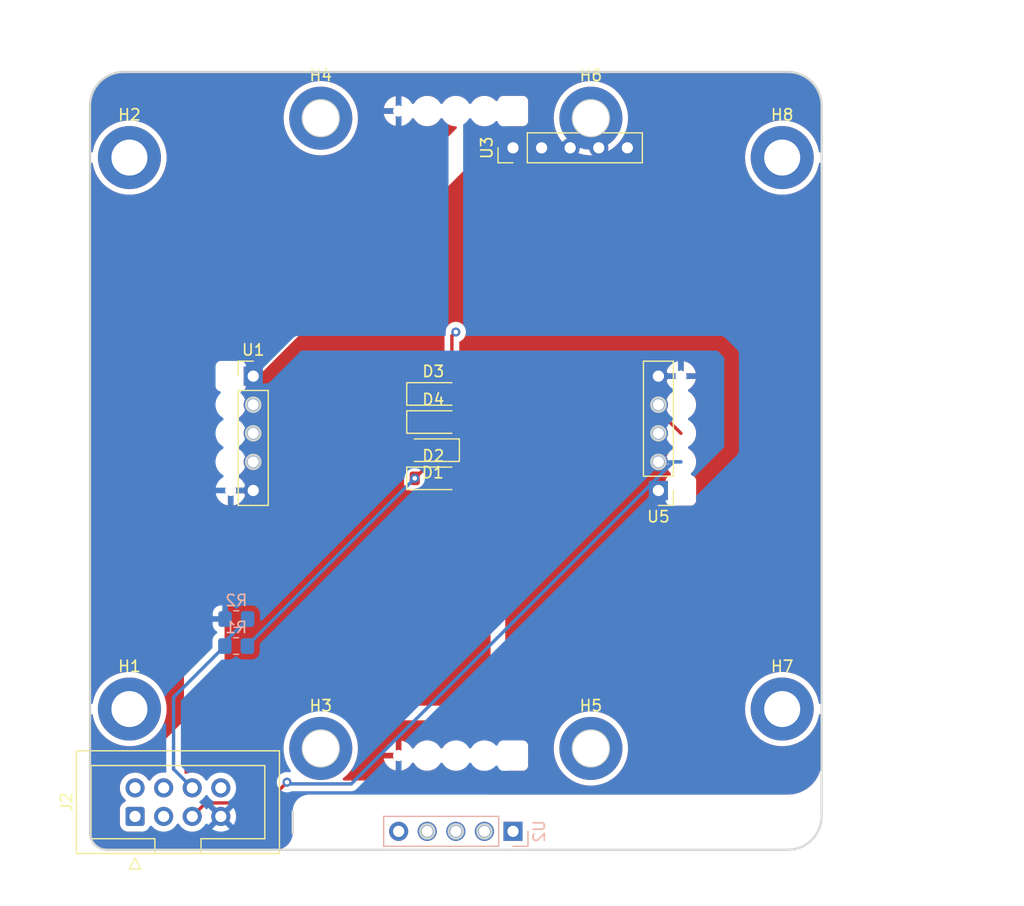
<source format=kicad_pcb>
(kicad_pcb (version 20240108) (generator "pcbnew") (generator_version "8.0")
  (layers (0 "F.Cu" signal) (31 "B.Cu" signal) (34 "B.Paste" user) (35 "F.Paste" user) (36 "B.SilkS" user "B.Silkscreen") (37 "F.SilkS" user "F.Silkscreen") (38 "B.Mask" user) (39 "F.Mask" user) (44 "Edge.Cuts" user))
  (net 0 "")
  (net 1 "5V")
  (net 2 "GND")
  (net 3 "TRIG1")
  (net 4 "TRIG2")
  (net 5 "TRIG3")
  (net 6 "TRIG4")
  (net 7 "Net-(D1-A)")
  (net 12 "ECHO")
  (net 13 "Net-(D2-A)")
  (net 14 "Net-(D3-A)")
  (net 15 "Net-(D4-A)")
  (net 16 "Net-(J2-Pin_6)")
  (footprint "MountingHole:MountingHole_3.2mm_M3_DIN965_Pad" (layer "F.Cu") (at 156.5 117.3)
    (property "Reference" "H5" (at 0 -3.8 0) (layer "F.SilkS"))
    (property "Value" "MountingHole")
    (pad "1" thru_hole circle (at 0 0) (size 5.6 5.6) (drill 3.2) (layers "*.Cu" "*.Mask"))
  )
  (footprint "Diode_SMD:D_SOD-123" (layer "F.Cu") (at 142.5 88.3)
    (property "Reference" "D4" (at 0 -2 0) (layer "F.SilkS"))
    (property "Value" "1N4148WT")
    (fp_line (start -2.36 -1) (end -2.36 1) (stroke (width 0.12)) (layer "F.SilkS"))
    (fp_line (start -2.36 -1) (end 1.65 -1) (stroke (width 0.12)) (layer "F.SilkS"))
    (fp_line (start -2.36 1) (end 1.65 1) (stroke (width 0.12)) (layer "F.SilkS"))
    (pad "1" smd roundrect (at -1.65 0) (size 0.9 1.2) (layers "F.Cu" "F.Paste" "F.Mask") (net 12 "ECHO"))
    (pad "2" smd roundrect (at 1.65 0) (size 0.9 1.2) (layers "F.Cu" "F.Paste" "F.Mask") (net 15 "Net-(D4-A)"))
  )
  (footprint "Connector_PinHeader_2.54mm:PinHeader_1x05_P2.54mm_Vertical" (layer "F.Cu") (at 149.58 63.935 90)
    (property "Reference" "U3" (at 0 -2.33 270) (layer "F.SilkS"))
    (property "Value" "~")
    (fp_line (start -1.33 -1.33) (end 0 -1.33) (stroke (width 0.12)) (layer "F.SilkS"))
    (fp_line (start -1.33 0) (end -1.33 -1.33) (stroke (width 0.12)) (layer "F.SilkS"))
    (fp_line (start 1.33 1.27) (end 1.33 11.49) (stroke (width 0.12)) (layer "F.SilkS"))
    (fp_line (start -1.33 1.27) (end 1.33 1.27) (stroke (width 0.12)) (layer "F.SilkS"))
    (fp_line (start -1.33 1.27) (end -1.33 11.49) (stroke (width 0.12)) (layer "F.SilkS"))
    (fp_line (start -1.33 11.49) (end 1.33 11.49) (stroke (width 0.12)) (layer "F.SilkS"))
    (pad "1" thru_hole rect (at 0 0 90) (size 1.7 1.7) (drill 1) (layers "*.Cu" "*.Mask") (net 1 "5V"))
    (pad "2" thru_hole oval (at 0 2.54 90) (size 1.7 1.7) (drill 1) (layers "*.Cu" "*.Mask") (net 5 "TRIG3"))
    (pad "3" thru_hole oval (at 0 5.08 90) (size 1.7 1.7) (drill 1) (layers "*.Cu" "*.Mask") (net 14 "Net-(D3-A)"))
    (pad "4" thru_hole oval (at 0 7.62 90) (size 1.7 1.7) (drill 1) (layers "*.Cu" "*.Mask"))
    (pad "5" thru_hole oval (at 0 10.16 90) (size 1.7 1.7) (drill 1) (layers "*.Cu" "*.Mask") (net 2 "GND"))
  )
  (footprint "Diode_SMD:D_SOD-123" (layer "F.Cu") (at 142.5 93.3)
    (property "Reference" "D2" (at 0 -2 0) (layer "F.SilkS"))
    (property "Value" "1N4148WT")
    (fp_line (start -2.36 -1) (end -2.36 1) (stroke (width 0.12)) (layer "F.SilkS"))
    (fp_line (start -2.36 -1) (end 1.65 -1) (stroke (width 0.12)) (layer "F.SilkS"))
    (fp_line (start -2.36 1) (end 1.65 1) (stroke (width 0.12)) (layer "F.SilkS"))
    (pad "1" smd roundrect (at -1.65 0) (size 0.9 1.2) (layers "F.Cu" "F.Paste" "F.Mask") (net 12 "ECHO"))
    (pad "2" smd roundrect (at 1.65 0) (size 0.9 1.2) (layers "F.Cu" "F.Paste" "F.Mask") (net 13 "Net-(D2-A)"))
  )
  (footprint "Diode_SMD:D_SOD-123" (layer "F.Cu") (at 142.5 85.8)
    (property "Reference" "D3" (at 0 -2 0) (layer "F.SilkS"))
    (property "Value" "1N4148WT")
    (fp_line (start -2.36 -1) (end -2.36 1) (stroke (width 0.12)) (layer "F.SilkS"))
    (fp_line (start -2.36 -1) (end 1.65 -1) (stroke (width 0.12)) (layer "F.SilkS"))
    (fp_line (start -2.36 1) (end 1.65 1) (stroke (width 0.12)) (layer "F.SilkS"))
    (pad "1" smd roundrect (at -1.65 0) (size 0.9 1.2) (layers "F.Cu" "F.Paste" "F.Mask") (net 12 "ECHO"))
    (pad "2" smd roundrect (at 1.65 0) (size 0.9 1.2) (layers "F.Cu" "F.Paste" "F.Mask") (net 14 "Net-(D3-A)"))
  )
  (footprint "MountingHole:MountingHole_3.2mm_M3_DIN965_Pad" (layer "F.Cu") (at 173.5 64.8)
    (property "Reference" "H8" (at 0 -3.8 0) (layer "F.SilkS"))
    (property "Value" "MountingHole")
    (pad "1" thru_hole circle (at 0 0) (size 5.6 5.6) (drill 3.2) (layers "*.Cu" "*.Mask"))
  )
  (footprint "MountingHole:MountingHole_3.2mm_M3_DIN965_Pad" (layer "F.Cu") (at 156.5 61.3)
    (property "Reference" "H6" (at 0 -3.8 0) (layer "F.SilkS"))
    (property "Value" "MountingHole")
    (pad "1" thru_hole circle (at 0 0) (size 5.6 5.6) (drill 3.2) (layers "*.Cu" "*.Mask"))
  )
  (footprint "Connector_PinHeader_2.54mm:PinHeader_1x05_P2.54mm_Vertical" (layer "F.Cu") (at 162.5 94.38 180)
    (property "Reference" "U5" (at 0 -2.33 180) (layer "F.SilkS"))
    (property "Value" "~")
    (fp_line (start 1.33 1.27) (end 1.33 11.49) (stroke (width 0.12)) (layer "F.SilkS"))
    (fp_line (start -1.33 11.49) (end 1.33 11.49) (stroke (width 0.12)) (layer "F.SilkS"))
    (fp_line (start -1.33 1.27) (end 1.33 1.27) (stroke (width 0.12)) (layer "F.SilkS"))
    (fp_line (start -1.33 1.27) (end -1.33 11.49) (stroke (width 0.12)) (layer "F.SilkS"))
    (fp_line (start -1.33 0) (end -1.33 -1.33) (stroke (width 0.12)) (layer "F.SilkS"))
    (fp_line (start -1.33 -1.33) (end 0 -1.33) (stroke (width 0.12)) (layer "F.SilkS"))
    (pad "1" thru_hole rect (at 0 0 180) (size 1.7 1.7) (drill 1) (layers "*.Cu" "*.Mask") (net 1 "5V"))
    (pad "2" thru_hole oval (at 0 2.54 180) (size 1.7 1.7) (drill 1) (layers "*.Cu" "*.Mask") (net 6 "TRIG4"))
    (pad "3" thru_hole oval (at 0 5.08 180) (size 1.7 1.7) (drill 1) (layers "*.Cu" "*.Mask") (net 15 "Net-(D4-A)"))
    (pad "4" thru_hole oval (at 0 7.62 180) (size 1.7 1.7) (drill 1) (layers "*.Cu" "*.Mask"))
    (pad "5" thru_hole oval (at 0 10.16 180) (size 1.7 1.7) (drill 1) (layers "*.Cu" "*.Mask") (net 2 "GND"))
  )
  (footprint "MountingHole:MountingHole_3.2mm_M3_DIN965_Pad" (layer "F.Cu") (at 115.5 113.8)
    (property "Reference" "H1" (at 0 -3.8 0) (layer "F.SilkS"))
    (property "Value" "MountingHole")
    (pad "1" thru_hole circle (at 0 0) (size 5.6 5.6) (drill 3.2) (layers "*.Cu" "*.Mask"))
  )
  (footprint "MountingHole:MountingHole_3.2mm_M3_DIN965_Pad" (layer "F.Cu") (at 132.5 61.3)
    (property "Reference" "H4" (at 0 -3.8 0) (layer "F.SilkS"))
    (property "Value" "MountingHole")
    (pad "1" thru_hole circle (at 0 0) (size 5.6 5.6) (drill 3.2) (layers "*.Cu" "*.Mask"))
  )
  (footprint "Diode_SMD:D_SOD-123" (layer "F.Cu") (at 142.455 90.8 180)
    (property "Reference" "D1" (at 0 -2 180) (layer "F.SilkS"))
    (property "Value" "1N4148WT")
    (fp_line (start -2.36 1) (end 1.65 1) (stroke (width 0.12)) (layer "F.SilkS"))
    (fp_line (start -2.36 -1) (end 1.65 -1) (stroke (width 0.12)) (layer "F.SilkS"))
    (fp_line (start -2.36 -1) (end -2.36 1) (stroke (width 0.12)) (layer "F.SilkS"))
    (pad "1" smd roundrect (at -1.65 0 180) (size 0.9 1.2) (layers "F.Cu" "F.Paste" "F.Mask") (net 12 "ECHO"))
    (pad "2" smd roundrect (at 1.65 0 180) (size 0.9 1.2) (layers "F.Cu" "F.Paste" "F.Mask") (net 7 "Net-(D1-A)"))
  )
  (footprint "MountingHole:MountingHole_3.2mm_M3_DIN965_Pad" (layer "F.Cu") (at 115.5 64.8)
    (property "Reference" "H2" (at 0 -3.8 0) (layer "F.SilkS"))
    (property "Value" "MountingHole")
    (pad "1" thru_hole circle (at 0 0) (size 5.6 5.6) (drill 3.2) (layers "*.Cu" "*.Mask"))
  )
  (footprint "Connector_PinHeader_2.54mm:PinHeader_1x05_P2.54mm_Vertical" (layer "F.Cu") (at 126.5 84.22)
    (property "Reference" "U1" (at 0 -2.33 0) (layer "F.SilkS"))
    (property "Value" "~")
    (fp_line (start -1.33 -1.33) (end 0 -1.33) (stroke (width 0.12)) (layer "F.SilkS"))
    (fp_line (start -1.33 0) (end -1.33 -1.33) (stroke (width 0.12)) (layer "F.SilkS"))
    (fp_line (start -1.33 1.27) (end -1.33 11.49) (stroke (width 0.12)) (layer "F.SilkS"))
    (fp_line (start -1.33 1.27) (end 1.33 1.27) (stroke (width 0.12)) (layer "F.SilkS"))
    (fp_line (start -1.33 11.49) (end 1.33 11.49) (stroke (width 0.12)) (layer "F.SilkS"))
    (fp_line (start 1.33 1.27) (end 1.33 11.49) (stroke (width 0.12)) (layer "F.SilkS"))
    (pad "1" thru_hole rect (at 0 0) (size 1.7 1.7) (drill 1) (layers "*.Cu" "*.Mask") (net 1 "5V"))
    (pad "2" thru_hole oval (at 0 2.54) (size 1.7 1.7) (drill 1) (layers "*.Cu" "*.Mask") (net 3 "TRIG1"))
    (pad "3" thru_hole oval (at 0 5.08) (size 1.7 1.7) (drill 1) (layers "*.Cu" "*.Mask") (net 7 "Net-(D1-A)"))
    (pad "4" thru_hole oval (at 0 7.62) (size 1.7 1.7) (drill 1) (layers "*.Cu" "*.Mask"))
    (pad "5" thru_hole oval (at 0 10.16) (size 1.7 1.7) (drill 1) (layers "*.Cu" "*.Mask") (net 2 "GND"))
  )
  (footprint "MountingHole:MountingHole_3.2mm_M3_DIN965_Pad" (layer "F.Cu") (at 132.5 117.3)
    (property "Reference" "H3" (at 0 -3.8 0) (layer "F.SilkS"))
    (property "Value" "MountingHole")
    (pad "1" thru_hole circle (at 0 0) (size 5.6 5.6) (drill 3.2) (layers "*.Cu" "*.Mask"))
  )
  (footprint "MountingHole:MountingHole_3.2mm_M3_DIN965_Pad" (layer "F.Cu") (at 173.5 113.8)
    (property "Reference" "H7" (at 0 -3.8 0) (layer "F.SilkS"))
    (property "Value" "MountingHole")
    (pad "1" thru_hole circle (at 0 0) (size 5.6 5.6) (drill 3.2) (layers "*.Cu" "*.Mask"))
  )
  (footprint "Connector_IDC:IDC-Header_2x04_P2.54mm_Vertical" (layer "F.Cu") (at 116 123.34 90)
    (property "Reference" "J2" (at 1.27 -6.1 -90) (layer "F.SilkS"))
    (property "Value" "Conn_01x07")
    (fp_line (start 5.83 -5.21) (end 5.83 12.83) (stroke (width 0.12)) (layer "F.SilkS"))
    (fp_line (start -3.29 -5.21) (end 5.83 -5.21) (stroke (width 0.12)) (layer "F.SilkS"))
    (fp_line (start 4.52 -3.91) (end 4.52 11.53) (stroke (width 0.12)) (layer "F.SilkS"))
    (fp_line (start -1.98 -3.91) (end 4.52 -3.91) (stroke (width 0.12)) (layer "F.SilkS"))
    (fp_line (start -4.68 -0.5) (end -4.68 0.5) (stroke (width 0.12)) (layer "F.SilkS"))
    (fp_line (start -3.68 0) (end -4.68 -0.5) (stroke (width 0.12)) (layer "F.SilkS"))
    (fp_line (start -4.68 0.5) (end -3.68 0) (stroke (width 0.12)) (layer "F.SilkS"))
    (fp_line (start -1.98 1.76) (end -1.98 -3.91) (stroke (width 0.12)) (layer "F.SilkS"))
    (fp_line (start -3.29 1.76) (end -1.98 1.76) (stroke (width 0.12)) (layer "F.SilkS"))
    (fp_line (start -1.98 5.86) (end -1.98 5.86) (stroke (width 0.12)) (layer "F.SilkS"))
    (fp_line (start -1.98 5.86) (end -3.29 5.86) (stroke (width 0.12)) (layer "F.SilkS"))
    (fp_line (start 4.52 11.53) (end -1.98 11.53) (stroke (width 0.12)) (layer "F.SilkS"))
    (fp_line (start -1.98 11.53) (end -1.98 5.86) (stroke (width 0.12)) (layer "F.SilkS"))
    (fp_line (start 5.83 12.83) (end -3.29 12.83) (stroke (width 0.12)) (layer "F.SilkS"))
    (fp_line (start -3.29 12.83) (end -3.29 -5.21) (stroke (width 0.12)) (layer "F.SilkS"))
    (pad "1" thru_hole roundrect (at 0 0 90) (size 1.7 1.7) (drill 1) (layers "*.Cu" "*.Mask") (roundrect_rratio 0.1470588235) (net 1 "5V"))
    (pad "2" thru_hole circle (at 2.54 0 90) (size 1.7 1.7) (drill 1) (layers "*.Cu" "*.Mask") (net 3 "TRIG1"))
    (pad "3" thru_hole circle (at 0 2.54 90) (size 1.7 1.7) (drill 1) (layers "*.Cu" "*.Mask") (net 4 "TRIG2"))
    (pad "4" thru_hole circle (at 2.54 2.54 90) (size 1.7 1.7) (drill 1) (layers "*.Cu" "*.Mask") (net 5 "TRIG3"))
    (pad "5" thru_hole circle (at 0 5.08 90) (size 1.7 1.7) (drill 1) (layers "*.Cu" "*.Mask") (net 6 "TRIG4"))
    (pad "6" thru_hole circle (at 2.54 5.08 90) (size 1.7 1.7) (drill 1) (layers "*.Cu" "*.Mask") (net 16 "Net-(J2-Pin_6)"))
    (pad "7" thru_hole circle (at 0 7.62 90) (size 1.7 1.7) (drill 1) (layers "*.Cu" "*.Mask") (net 2 "GND"))
    (pad "8" thru_hole circle (at 2.54 7.62 90) (size 1.7 1.7) (drill 1) (layers "*.Cu" "*.Mask"))
  )
  (footprint "Connector_PinHeader_2.54mm:PinHeader_1x05_P2.54mm_Vertical" (layer "B.Cu") (at 149.58 124.665 90)
    (property "Reference" "U2" (at 0 2.33 -90) (layer "B.SilkS") (effects (justify mirror)))
    (property "Value" "~")
    (fp_line (start 1.33 -11.49) (end -1.33 -11.49) (stroke (width 0.12)) (layer "B.SilkS"))
    (fp_line (start 1.33 -11.49) (end 1.33 -1.27) (stroke (width 0.12)) (layer "B.SilkS"))
    (fp_line (start -1.33 -11.49) (end -1.33 -1.27) (stroke (width 0.12)) (layer "B.SilkS"))
    (fp_line (start 1.33 -1.27) (end -1.33 -1.27) (stroke (width 0.12)) (layer "B.SilkS"))
    (fp_line (start 0 1.33) (end -1.33 1.33) (stroke (width 0.12)) (layer "B.SilkS"))
    (fp_line (start -1.33 1.33) (end -1.33 0) (stroke (width 0.12)) (layer "B.SilkS"))
    (pad "1" thru_hole rect (at 0 0 90) (size 1.7 1.7) (drill 1) (layers "*.Cu" "*.Mask") (net 1 "5V"))
    (pad "2" thru_hole oval (at 0 -2.54 90) (size 1.7 1.7) (drill 1) (layers "*.Cu" "*.Mask") (net 4 "TRIG2"))
    (pad "3" thru_hole oval (at 0 -5.08 90) (size 1.7 1.7) (drill 1) (layers "*.Cu" "*.Mask") (net 13 "Net-(D2-A)"))
    (pad "4" thru_hole oval (at 0 -7.62 90) (size 1.7 1.7) (drill 1) (layers "*.Cu" "*.Mask"))
    (pad "5" thru_hole oval (at 0 -10.16 90) (size 1.7 1.7) (drill 1) (layers "*.Cu" "*.Mask") (net 2 "GND"))
  )
  (footprint "Resistor_SMD:R_0805_2012Metric_Pad1.20x1.40mm_HandSolder" (layer "B.Cu") (at 125 105.8 180)
    (property "Reference" "R2" (at 0 1.65 180) (layer "B.SilkS") (effects (justify mirror)))
    (property "Value" "15k")
    (fp_line (start 0.227064 0.735) (end -0.227064 0.735) (stroke (width 0.12)) (layer "B.SilkS"))
    (fp_line (start 0.227064 -0.735) (end -0.227064 -0.735) (stroke (width 0.12)) (layer "B.SilkS"))
    (pad "1" smd roundrect (at -1 0 180) (size 1.2 1.4) (layers "B.Cu" "B.Paste" "B.Mask") (roundrect_rratio 0.2083333333) (net 16 "Net-(J2-Pin_6)"))
    (pad "2" smd roundrect (at 1 0 180) (size 1.2 1.4) (layers "B.Cu" "B.Paste" "B.Mask") (roundrect_rratio 0.2083333333) (net 2 "GND"))
  )
  (footprint "Resistor_SMD:R_0805_2012Metric_Pad1.20x1.40mm_HandSolder" (layer "B.Cu") (at 124.98 108.2 180)
    (property "Reference" "R1" (at 0 1.65 180) (layer "B.SilkS") (effects (justify mirror)))
    (property "Value" "10k")
    (fp_line (start 0.227064 0.735) (end -0.227064 0.735) (stroke (width 0.12)) (layer "B.SilkS"))
    (fp_line (start 0.227064 -0.735) (end -0.227064 -0.735) (stroke (width 0.12)) (layer "B.SilkS"))
    (pad "1" smd roundrect (at -1 0 180) (size 1.2 1.4) (layers "B.Cu" "B.Paste" "B.Mask") (roundrect_rratio 0.2083333333) (net 12 "ECHO"))
    (pad "2" smd roundrect (at 1 0 180) (size 1.2 1.4) (layers "B.Cu" "B.Paste" "B.Mask") (roundrect_rratio 0.2083333333) (net 16 "Net-(J2-Pin_6)"))
  )
  (gr_circle (center 162.5 86.76) (end 163.135 86.76) (stroke (width 0.2)) (fill none) (layer "Edge.Cuts"))
  (gr_arc (start 177 123.3) (mid 176.12132 125.42132) (end 174 126.3) (stroke (width 0.2)) (layer "Edge.Cuts"))
  (gr_circle (center 156.5 117.3) (end 158.1 117.3) (stroke (width 0.2)) (fill none) (layer "Edge.Cuts"))
  (gr_line (start 112 114.3) (end 112 118.4) (stroke (width 0.2)) (layer "Edge.Cuts"))
  (gr_arc (start 174 57.2) (mid 176.12132 58.07868) (end 177 60.2) (stroke (width 0.2)) (layer "Edge.Cuts"))
  (gr_circle (center 156.5 61.3) (end 158.1 61.3) (stroke (width 0.2)) (fill none) (layer "Edge.Cuts"))
  (gr_line (start 130 122.9) (end 130 124.8) (stroke (width 0.2)) (layer "Edge.Cuts"))
  (gr_line (start 115 57.2) (end 174 57.2) (stroke (width 0.2)) (layer "Edge.Cuts"))
  (gr_arc (start 112 60.2) (mid 112.87868 58.07868) (end 115 57.2) (stroke (width 0.2)) (layer "Edge.Cuts"))
  (gr_circle (center 115.5 64.8) (end 116.85 64.8) (stroke (width 0.2)) (fill none) (layer "Edge.Cuts"))
  (gr_line (start 177 123.3) (end 177 114.3) (stroke (width 0.2)) (layer "Edge.Cuts"))
  (gr_circle (center 115.5 113.8) (end 116.85 113.8) (stroke (width 0.2)) (fill none) (layer "Edge.Cuts"))
  (gr_circle (center 144.5 124.665) (end 145.135 124.665) (stroke (width 0.2)) (fill none) (layer "Edge.Cuts"))
  (gr_arc (start 113.5 126.3) (mid 112.43934 125.86066) (end 112 124.8) (stroke (width 0.2)) (layer "Edge.Cuts"))
  (gr_circle (center 173.5 113.8) (end 174.85 113.8) (stroke (width 0.2)) (fill none) (layer "Edge.Cuts"))
  (gr_line (start 177 64.3) (end 177 60.2) (stroke (width 0.2)) (layer "Edge.Cuts"))
  (gr_circle (center 126.5 91.84) (end 127.135 91.84) (stroke (width 0.2)) (fill none) (layer "Edge.Cuts"))
  (gr_circle (center 173.5 64.8) (end 174.85 64.8) (stroke (width 0.2)) (fill none) (layer "Edge.Cuts"))
  (gr_circle (center 162.5 89.3) (end 163.135 89.3) (stroke (width 0.2)) (fill none) (layer "Edge.Cuts"))
  (gr_circle (center 141.96 124.665) (end 142.595 124.665) (stroke (width 0.2)) (fill none) (layer "Edge.Cuts"))
  (gr_circle (center 132.5 117.3) (end 134.1 117.3) (stroke (width 0.2)) (fill none) (layer "Edge.Cuts"))
  (gr_circle (center 147.04 124.665) (end 147.675 124.665) (stroke (width 0.2)) (fill none) (layer "Edge.Cuts"))
  (gr_line (start 112 64.3) (end 112 114.3) (stroke (width 0.2)) (layer "Edge.Cuts"))
  (gr_circle (center 126.5 86.76) (end 127.135 86.76) (stroke (width 0.2)) (fill none) (layer "Edge.Cuts"))
  (gr_line (start 112 118.4) (end 112 124.8) (stroke (width 0.2)) (layer "Edge.Cuts"))
  (gr_line (start 177 114.3) (end 177 64.3) (stroke (width 0.2)) (layer "Edge.Cuts"))
  (gr_line (start 112 64.3) (end 112 60.2) (stroke (width 0.2)) (layer "Edge.Cuts"))
  (gr_circle (center 162.5 91.84) (end 163.135 91.84) (stroke (width 0.2)) (fill none) (layer "Edge.Cuts"))
  (gr_circle (center 126.5 89.3) (end 127.135 89.3) (stroke (width 0.2)) (fill none) (layer "Edge.Cuts"))
  (gr_circle (center 132.5 61.3) (end 134.1 61.3) (stroke (width 0.2)) (fill none) (layer "Edge.Cuts"))
  (gr_line (start 174 126.3) (end 113.5 126.3) (stroke (width 0.2)) (layer "Edge.Cuts"))
  (segment (start 127.66 122.14) (end 129.5 120.3) (width 0.3) (layer "F.Cu") (net 6))
  (segment (start 121.08 123.34) (end 122.28 122.14) (width 0.3) (layer "F.Cu") (net 6))
  (segment (start 122.28 122.14) (end 127.66 122.14) (width 0.3) (layer "F.Cu") (net 6))
  (via (at 129.5 120.3) (size 0.8) (drill 0.4) (layers "F.Cu" "B.Cu") (net 6))
  (segment (start 163.817943 91.84) (end 164.5 91.84) (width 0.3) (layer "B.Cu") (net 6))
  (segment (start 129.5 120.3) (end 129.65 120.45) (width 0.3) (layer "B.Cu") (net 6))
  (segment (start 135.207943 120.45) (end 163.817943 91.84) (width 0.3) (layer "B.Cu") (net 6))
  (segment (start 129.65 120.45) (end 135.207943 120.45) (width 0.3) (layer "B.Cu") (net 6))
  (segment (start 164.5 91.84) (end 163.46 91.84) (width 0.3) (layer "B.Cu") (net 6))
  (segment (start 140.85 85.8) (end 140.85 88.3) (width 0.3) (layer "F.Cu") (net 12))
  (segment (start 140.85 88.3) (end 143.35 90.8) (width 0.3) (layer "F.Cu") (net 12))
  (segment (start 144.105 90.8) (end 143.35 90.8) (width 0.3) (layer "F.Cu") (net 12))
  (segment (start 143.35 90.8) (end 140.85 93.3) (width 0.3) (layer "F.Cu") (net 12))
  (via (at 140.85 93.3) (size 0.8) (drill 0.4) (layers "F.Cu" "B.Cu") (net 12))
  (segment (start 125.98 108.17) (end 140.85 93.3) (width 0.3) (layer "B.Cu") (net 12))
  (segment (start 125.98 108.2) (end 125.98 108.17) (width 0.3) (layer "B.Cu") (net 12))
  (segment (start 144.5 80.3) (end 144.15 80.65) (width 0.3) (layer "F.Cu") (net 14))
  (segment (start 144.15 80.65) (end 144.15 85.8) (width 0.3) (layer "F.Cu") (net 14))
  (via (at 144.5 80.3) (size 0.8) (drill 0.4) (layers "F.Cu" "B.Cu") (net 14))
  (segment (start 163.5 88.3) (end 164.5 89.3) (width 0.3) (layer "F.Cu") (net 15))
  (segment (start 144.15 88.3) (end 163.5 88.3) (width 0.3) (layer "F.Cu") (net 15))
  (segment (start 123.98 108.2) (end 123.98 107.82) (width 0.3) (layer "B.Cu") (net 16))
  (segment (start 119.42 112.76) (end 123.98 108.2) (width 0.3) (layer "B.Cu") (net 16))
  (segment (start 121.08 120.8) (end 119.42 119.14) (width 0.3) (layer "B.Cu") (net 16))
  (segment (start 119.42 119.14) (end 119.42 112.76) (width 0.3) (layer "B.Cu") (net 16))
  (segment (start 123.98 107.82) (end 126 105.8) (width 0.3) (layer "B.Cu") (net 16))
  (zone (net 2) (net_name "GND") (layers "F&B.Cu") (connect_pads (clearance 0.5)) (min_thickness 0.25) (fill yes (thermal_gap 0.5) (thermal_bridge_width 0.5))
    (polygon (pts (xy 105.5 52.3) (xy 195 50.8) (xy 193 129.3) (xy 104 131.3)))
  )
)
</source>
